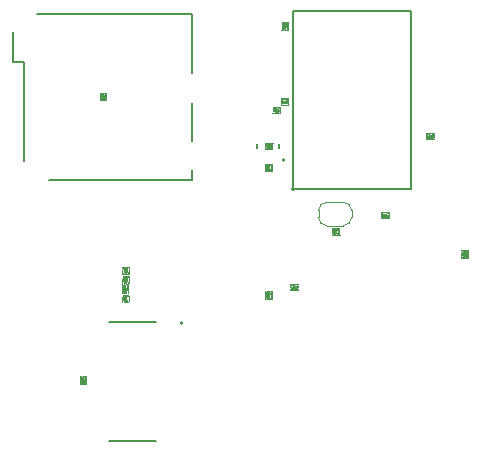
<source format=gbr>
%TF.GenerationSoftware,KiCad,Pcbnew,8.0.6*%
%TF.CreationDate,2025-09-09T16:11:23-07:00*%
%TF.ProjectId,Multimodal_Actuator_mk2,4d756c74-696d-46f6-9461-6c5f41637475,rev?*%
%TF.SameCoordinates,Original*%
%TF.FileFunction,Legend,Bot*%
%TF.FilePolarity,Positive*%
%FSLAX46Y46*%
G04 Gerber Fmt 4.6, Leading zero omitted, Abs format (unit mm)*
G04 Created by KiCad (PCBNEW 8.0.6) date 2025-09-09 16:11:23*
%MOMM*%
%LPD*%
G01*
G04 APERTURE LIST*
%ADD10C,0.031750*%
%ADD11C,0.200000*%
%ADD12C,0.152400*%
%ADD13C,0.120000*%
%ADD14C,0.127000*%
G04 APERTURE END LIST*
D10*
X130322594Y-108031635D02*
X130328642Y-108061874D01*
X130328642Y-108061874D02*
X130346784Y-108092112D01*
X130346784Y-108092112D02*
X130358880Y-108092112D01*
X130358880Y-108092112D02*
X130377023Y-108061874D01*
X130377023Y-108061874D02*
X130389118Y-108001397D01*
X130389118Y-108001397D02*
X130395165Y-107940921D01*
X130395165Y-107940921D02*
X130401213Y-107819969D01*
X130401213Y-107819969D02*
X130401213Y-107729254D01*
X130401213Y-107729254D02*
X130395165Y-107608302D01*
X130395165Y-107608302D02*
X130389118Y-107547826D01*
X130389118Y-107547826D02*
X130377023Y-107487350D01*
X130377023Y-107487350D02*
X130358880Y-107457112D01*
X130358880Y-107457112D02*
X130346784Y-107457112D01*
X130346784Y-107457112D02*
X130328642Y-107487350D01*
X130328642Y-107487350D02*
X130322594Y-107517588D01*
X130274213Y-107517588D02*
X130268165Y-107487350D01*
X130268165Y-107487350D02*
X130256070Y-107457112D01*
X130256070Y-107457112D02*
X130225832Y-107457112D01*
X130225832Y-107457112D02*
X130213737Y-107487350D01*
X130213737Y-107487350D02*
X130207689Y-107517588D01*
X130207689Y-107517588D02*
X130201642Y-107578064D01*
X130201642Y-107578064D02*
X130201642Y-107638540D01*
X130201642Y-107638540D02*
X130207689Y-107729254D01*
X130207689Y-107729254D02*
X130280261Y-108092112D01*
X130280261Y-108092112D02*
X130201642Y-108092112D01*
X130123023Y-107457112D02*
X130110928Y-107457112D01*
X130110928Y-107457112D02*
X130098832Y-107487350D01*
X130098832Y-107487350D02*
X130092785Y-107517588D01*
X130092785Y-107517588D02*
X130086737Y-107578064D01*
X130086737Y-107578064D02*
X130080690Y-107699016D01*
X130080690Y-107699016D02*
X130080690Y-107850207D01*
X130080690Y-107850207D02*
X130086737Y-107971159D01*
X130086737Y-107971159D02*
X130092785Y-108031635D01*
X130092785Y-108031635D02*
X130098832Y-108061874D01*
X130098832Y-108061874D02*
X130110928Y-108092112D01*
X130110928Y-108092112D02*
X130123023Y-108092112D01*
X130123023Y-108092112D02*
X130135118Y-108061874D01*
X130135118Y-108061874D02*
X130141166Y-108031635D01*
X130141166Y-108031635D02*
X130147213Y-107971159D01*
X130147213Y-107971159D02*
X130153261Y-107850207D01*
X130153261Y-107850207D02*
X130153261Y-107699016D01*
X130153261Y-107699016D02*
X130147213Y-107578064D01*
X130147213Y-107578064D02*
X130141166Y-107517588D01*
X130141166Y-107517588D02*
X130135118Y-107487350D01*
X130135118Y-107487350D02*
X130123023Y-107457112D01*
X130032309Y-107517588D02*
X130026261Y-107487350D01*
X130026261Y-107487350D02*
X130014166Y-107457112D01*
X130014166Y-107457112D02*
X129983928Y-107457112D01*
X129983928Y-107457112D02*
X129971833Y-107487350D01*
X129971833Y-107487350D02*
X129965785Y-107517588D01*
X129965785Y-107517588D02*
X129959738Y-107578064D01*
X129959738Y-107578064D02*
X129959738Y-107638540D01*
X129959738Y-107638540D02*
X129965785Y-107729254D01*
X129965785Y-107729254D02*
X130038357Y-108092112D01*
X130038357Y-108092112D02*
X129959738Y-108092112D01*
X129917405Y-107457112D02*
X129838786Y-107457112D01*
X129838786Y-107457112D02*
X129881119Y-107699016D01*
X129881119Y-107699016D02*
X129862976Y-107699016D01*
X129862976Y-107699016D02*
X129850881Y-107729254D01*
X129850881Y-107729254D02*
X129844833Y-107759493D01*
X129844833Y-107759493D02*
X129838786Y-107819969D01*
X129838786Y-107819969D02*
X129838786Y-107971159D01*
X129838786Y-107971159D02*
X129844833Y-108031635D01*
X129844833Y-108031635D02*
X129850881Y-108061874D01*
X129850881Y-108061874D02*
X129862976Y-108092112D01*
X129862976Y-108092112D02*
X129899262Y-108092112D01*
X129899262Y-108092112D02*
X129911357Y-108061874D01*
X129911357Y-108061874D02*
X129917405Y-108031635D01*
X130302594Y-110431635D02*
X130308642Y-110461874D01*
X130308642Y-110461874D02*
X130326784Y-110492112D01*
X130326784Y-110492112D02*
X130338880Y-110492112D01*
X130338880Y-110492112D02*
X130357023Y-110461874D01*
X130357023Y-110461874D02*
X130369118Y-110401397D01*
X130369118Y-110401397D02*
X130375165Y-110340921D01*
X130375165Y-110340921D02*
X130381213Y-110219969D01*
X130381213Y-110219969D02*
X130381213Y-110129254D01*
X130381213Y-110129254D02*
X130375165Y-110008302D01*
X130375165Y-110008302D02*
X130369118Y-109947826D01*
X130369118Y-109947826D02*
X130357023Y-109887350D01*
X130357023Y-109887350D02*
X130338880Y-109857112D01*
X130338880Y-109857112D02*
X130326784Y-109857112D01*
X130326784Y-109857112D02*
X130308642Y-109887350D01*
X130308642Y-109887350D02*
X130302594Y-109917588D01*
X130254213Y-109917588D02*
X130248165Y-109887350D01*
X130248165Y-109887350D02*
X130236070Y-109857112D01*
X130236070Y-109857112D02*
X130205832Y-109857112D01*
X130205832Y-109857112D02*
X130193737Y-109887350D01*
X130193737Y-109887350D02*
X130187689Y-109917588D01*
X130187689Y-109917588D02*
X130181642Y-109978064D01*
X130181642Y-109978064D02*
X130181642Y-110038540D01*
X130181642Y-110038540D02*
X130187689Y-110129254D01*
X130187689Y-110129254D02*
X130260261Y-110492112D01*
X130260261Y-110492112D02*
X130181642Y-110492112D01*
X130103023Y-109857112D02*
X130090928Y-109857112D01*
X130090928Y-109857112D02*
X130078832Y-109887350D01*
X130078832Y-109887350D02*
X130072785Y-109917588D01*
X130072785Y-109917588D02*
X130066737Y-109978064D01*
X130066737Y-109978064D02*
X130060690Y-110099016D01*
X130060690Y-110099016D02*
X130060690Y-110250207D01*
X130060690Y-110250207D02*
X130066737Y-110371159D01*
X130066737Y-110371159D02*
X130072785Y-110431635D01*
X130072785Y-110431635D02*
X130078832Y-110461874D01*
X130078832Y-110461874D02*
X130090928Y-110492112D01*
X130090928Y-110492112D02*
X130103023Y-110492112D01*
X130103023Y-110492112D02*
X130115118Y-110461874D01*
X130115118Y-110461874D02*
X130121166Y-110431635D01*
X130121166Y-110431635D02*
X130127213Y-110371159D01*
X130127213Y-110371159D02*
X130133261Y-110250207D01*
X130133261Y-110250207D02*
X130133261Y-110099016D01*
X130133261Y-110099016D02*
X130127213Y-109978064D01*
X130127213Y-109978064D02*
X130121166Y-109917588D01*
X130121166Y-109917588D02*
X130115118Y-109887350D01*
X130115118Y-109887350D02*
X130103023Y-109857112D01*
X130012309Y-109917588D02*
X130006261Y-109887350D01*
X130006261Y-109887350D02*
X129994166Y-109857112D01*
X129994166Y-109857112D02*
X129963928Y-109857112D01*
X129963928Y-109857112D02*
X129951833Y-109887350D01*
X129951833Y-109887350D02*
X129945785Y-109917588D01*
X129945785Y-109917588D02*
X129939738Y-109978064D01*
X129939738Y-109978064D02*
X129939738Y-110038540D01*
X129939738Y-110038540D02*
X129945785Y-110129254D01*
X129945785Y-110129254D02*
X130018357Y-110492112D01*
X130018357Y-110492112D02*
X129939738Y-110492112D01*
X129830881Y-110068778D02*
X129830881Y-110492112D01*
X129861119Y-109826874D02*
X129891357Y-110280445D01*
X129891357Y-110280445D02*
X129812738Y-110280445D01*
X130322594Y-108831635D02*
X130328642Y-108861874D01*
X130328642Y-108861874D02*
X130346784Y-108892112D01*
X130346784Y-108892112D02*
X130358880Y-108892112D01*
X130358880Y-108892112D02*
X130377023Y-108861874D01*
X130377023Y-108861874D02*
X130389118Y-108801397D01*
X130389118Y-108801397D02*
X130395165Y-108740921D01*
X130395165Y-108740921D02*
X130401213Y-108619969D01*
X130401213Y-108619969D02*
X130401213Y-108529254D01*
X130401213Y-108529254D02*
X130395165Y-108408302D01*
X130395165Y-108408302D02*
X130389118Y-108347826D01*
X130389118Y-108347826D02*
X130377023Y-108287350D01*
X130377023Y-108287350D02*
X130358880Y-108257112D01*
X130358880Y-108257112D02*
X130346784Y-108257112D01*
X130346784Y-108257112D02*
X130328642Y-108287350D01*
X130328642Y-108287350D02*
X130322594Y-108317588D01*
X130274213Y-108317588D02*
X130268165Y-108287350D01*
X130268165Y-108287350D02*
X130256070Y-108257112D01*
X130256070Y-108257112D02*
X130225832Y-108257112D01*
X130225832Y-108257112D02*
X130213737Y-108287350D01*
X130213737Y-108287350D02*
X130207689Y-108317588D01*
X130207689Y-108317588D02*
X130201642Y-108378064D01*
X130201642Y-108378064D02*
X130201642Y-108438540D01*
X130201642Y-108438540D02*
X130207689Y-108529254D01*
X130207689Y-108529254D02*
X130280261Y-108892112D01*
X130280261Y-108892112D02*
X130201642Y-108892112D01*
X130123023Y-108257112D02*
X130110928Y-108257112D01*
X130110928Y-108257112D02*
X130098832Y-108287350D01*
X130098832Y-108287350D02*
X130092785Y-108317588D01*
X130092785Y-108317588D02*
X130086737Y-108378064D01*
X130086737Y-108378064D02*
X130080690Y-108499016D01*
X130080690Y-108499016D02*
X130080690Y-108650207D01*
X130080690Y-108650207D02*
X130086737Y-108771159D01*
X130086737Y-108771159D02*
X130092785Y-108831635D01*
X130092785Y-108831635D02*
X130098832Y-108861874D01*
X130098832Y-108861874D02*
X130110928Y-108892112D01*
X130110928Y-108892112D02*
X130123023Y-108892112D01*
X130123023Y-108892112D02*
X130135118Y-108861874D01*
X130135118Y-108861874D02*
X130141166Y-108831635D01*
X130141166Y-108831635D02*
X130147213Y-108771159D01*
X130147213Y-108771159D02*
X130153261Y-108650207D01*
X130153261Y-108650207D02*
X130153261Y-108499016D01*
X130153261Y-108499016D02*
X130147213Y-108378064D01*
X130147213Y-108378064D02*
X130141166Y-108317588D01*
X130141166Y-108317588D02*
X130135118Y-108287350D01*
X130135118Y-108287350D02*
X130123023Y-108257112D01*
X130002071Y-108257112D02*
X129989976Y-108257112D01*
X129989976Y-108257112D02*
X129977880Y-108287350D01*
X129977880Y-108287350D02*
X129971833Y-108317588D01*
X129971833Y-108317588D02*
X129965785Y-108378064D01*
X129965785Y-108378064D02*
X129959738Y-108499016D01*
X129959738Y-108499016D02*
X129959738Y-108650207D01*
X129959738Y-108650207D02*
X129965785Y-108771159D01*
X129965785Y-108771159D02*
X129971833Y-108831635D01*
X129971833Y-108831635D02*
X129977880Y-108861874D01*
X129977880Y-108861874D02*
X129989976Y-108892112D01*
X129989976Y-108892112D02*
X130002071Y-108892112D01*
X130002071Y-108892112D02*
X130014166Y-108861874D01*
X130014166Y-108861874D02*
X130020214Y-108831635D01*
X130020214Y-108831635D02*
X130026261Y-108771159D01*
X130026261Y-108771159D02*
X130032309Y-108650207D01*
X130032309Y-108650207D02*
X130032309Y-108499016D01*
X130032309Y-108499016D02*
X130026261Y-108378064D01*
X130026261Y-108378064D02*
X130020214Y-108317588D01*
X130020214Y-108317588D02*
X130014166Y-108287350D01*
X130014166Y-108287350D02*
X130002071Y-108257112D01*
X129850881Y-108468778D02*
X129850881Y-108892112D01*
X129881119Y-108226874D02*
X129911357Y-108680445D01*
X129911357Y-108680445D02*
X129832738Y-108680445D01*
X128423761Y-92757112D02*
X128423761Y-93210683D01*
X128423761Y-93210683D02*
X128429808Y-93301397D01*
X128429808Y-93301397D02*
X128441904Y-93361874D01*
X128441904Y-93361874D02*
X128460046Y-93392112D01*
X128460046Y-93392112D02*
X128472142Y-93392112D01*
X128308856Y-92757112D02*
X128333046Y-92757112D01*
X128333046Y-92757112D02*
X128345142Y-92787350D01*
X128345142Y-92787350D02*
X128351189Y-92817588D01*
X128351189Y-92817588D02*
X128363284Y-92908302D01*
X128363284Y-92908302D02*
X128369332Y-93029254D01*
X128369332Y-93029254D02*
X128369332Y-93271159D01*
X128369332Y-93271159D02*
X128363284Y-93331635D01*
X128363284Y-93331635D02*
X128357237Y-93361874D01*
X128357237Y-93361874D02*
X128345142Y-93392112D01*
X128345142Y-93392112D02*
X128320951Y-93392112D01*
X128320951Y-93392112D02*
X128308856Y-93361874D01*
X128308856Y-93361874D02*
X128302808Y-93331635D01*
X128302808Y-93331635D02*
X128296761Y-93271159D01*
X128296761Y-93271159D02*
X128296761Y-93119969D01*
X128296761Y-93119969D02*
X128302808Y-93059493D01*
X128302808Y-93059493D02*
X128308856Y-93029254D01*
X128308856Y-93029254D02*
X128320951Y-92999016D01*
X128320951Y-92999016D02*
X128345142Y-92999016D01*
X128345142Y-92999016D02*
X128357237Y-93029254D01*
X128357237Y-93029254D02*
X128363284Y-93059493D01*
X128363284Y-93059493D02*
X128369332Y-93119969D01*
X128218142Y-92757112D02*
X128206047Y-92757112D01*
X128206047Y-92757112D02*
X128193951Y-92787350D01*
X128193951Y-92787350D02*
X128187904Y-92817588D01*
X128187904Y-92817588D02*
X128181856Y-92878064D01*
X128181856Y-92878064D02*
X128175809Y-92999016D01*
X128175809Y-92999016D02*
X128175809Y-93150207D01*
X128175809Y-93150207D02*
X128181856Y-93271159D01*
X128181856Y-93271159D02*
X128187904Y-93331635D01*
X128187904Y-93331635D02*
X128193951Y-93361874D01*
X128193951Y-93361874D02*
X128206047Y-93392112D01*
X128206047Y-93392112D02*
X128218142Y-93392112D01*
X128218142Y-93392112D02*
X128230237Y-93361874D01*
X128230237Y-93361874D02*
X128236285Y-93331635D01*
X128236285Y-93331635D02*
X128242332Y-93271159D01*
X128242332Y-93271159D02*
X128248380Y-93150207D01*
X128248380Y-93150207D02*
X128248380Y-92999016D01*
X128248380Y-92999016D02*
X128242332Y-92878064D01*
X128242332Y-92878064D02*
X128236285Y-92817588D01*
X128236285Y-92817588D02*
X128230237Y-92787350D01*
X128230237Y-92787350D02*
X128218142Y-92757112D01*
X128097190Y-92757112D02*
X128085095Y-92757112D01*
X128085095Y-92757112D02*
X128072999Y-92787350D01*
X128072999Y-92787350D02*
X128066952Y-92817588D01*
X128066952Y-92817588D02*
X128060904Y-92878064D01*
X128060904Y-92878064D02*
X128054857Y-92999016D01*
X128054857Y-92999016D02*
X128054857Y-93150207D01*
X128054857Y-93150207D02*
X128060904Y-93271159D01*
X128060904Y-93271159D02*
X128066952Y-93331635D01*
X128066952Y-93331635D02*
X128072999Y-93361874D01*
X128072999Y-93361874D02*
X128085095Y-93392112D01*
X128085095Y-93392112D02*
X128097190Y-93392112D01*
X128097190Y-93392112D02*
X128109285Y-93361874D01*
X128109285Y-93361874D02*
X128115333Y-93331635D01*
X128115333Y-93331635D02*
X128121380Y-93271159D01*
X128121380Y-93271159D02*
X128127428Y-93150207D01*
X128127428Y-93150207D02*
X128127428Y-92999016D01*
X128127428Y-92999016D02*
X128121380Y-92878064D01*
X128121380Y-92878064D02*
X128115333Y-92817588D01*
X128115333Y-92817588D02*
X128109285Y-92787350D01*
X128109285Y-92787350D02*
X128097190Y-92757112D01*
X127933905Y-93392112D02*
X128006476Y-93392112D01*
X127970190Y-93392112D02*
X127970190Y-92757112D01*
X127970190Y-92757112D02*
X127982286Y-92847826D01*
X127982286Y-92847826D02*
X127994381Y-92908302D01*
X127994381Y-92908302D02*
X128006476Y-92938540D01*
X142402594Y-110192112D02*
X142444927Y-109889731D01*
X142475165Y-110192112D02*
X142475165Y-109557112D01*
X142475165Y-109557112D02*
X142426784Y-109557112D01*
X142426784Y-109557112D02*
X142414689Y-109587350D01*
X142414689Y-109587350D02*
X142408642Y-109617588D01*
X142408642Y-109617588D02*
X142402594Y-109678064D01*
X142402594Y-109678064D02*
X142402594Y-109768778D01*
X142402594Y-109768778D02*
X142408642Y-109829254D01*
X142408642Y-109829254D02*
X142414689Y-109859493D01*
X142414689Y-109859493D02*
X142426784Y-109889731D01*
X142426784Y-109889731D02*
X142475165Y-109889731D01*
X142360261Y-109557112D02*
X142281642Y-109557112D01*
X142281642Y-109557112D02*
X142323975Y-109799016D01*
X142323975Y-109799016D02*
X142305832Y-109799016D01*
X142305832Y-109799016D02*
X142293737Y-109829254D01*
X142293737Y-109829254D02*
X142287689Y-109859493D01*
X142287689Y-109859493D02*
X142281642Y-109919969D01*
X142281642Y-109919969D02*
X142281642Y-110071159D01*
X142281642Y-110071159D02*
X142287689Y-110131635D01*
X142287689Y-110131635D02*
X142293737Y-110161874D01*
X142293737Y-110161874D02*
X142305832Y-110192112D01*
X142305832Y-110192112D02*
X142342118Y-110192112D01*
X142342118Y-110192112D02*
X142354213Y-110161874D01*
X142354213Y-110161874D02*
X142360261Y-110131635D01*
X142203023Y-109557112D02*
X142190928Y-109557112D01*
X142190928Y-109557112D02*
X142178832Y-109587350D01*
X142178832Y-109587350D02*
X142172785Y-109617588D01*
X142172785Y-109617588D02*
X142166737Y-109678064D01*
X142166737Y-109678064D02*
X142160690Y-109799016D01*
X142160690Y-109799016D02*
X142160690Y-109950207D01*
X142160690Y-109950207D02*
X142166737Y-110071159D01*
X142166737Y-110071159D02*
X142172785Y-110131635D01*
X142172785Y-110131635D02*
X142178832Y-110161874D01*
X142178832Y-110161874D02*
X142190928Y-110192112D01*
X142190928Y-110192112D02*
X142203023Y-110192112D01*
X142203023Y-110192112D02*
X142215118Y-110161874D01*
X142215118Y-110161874D02*
X142221166Y-110131635D01*
X142221166Y-110131635D02*
X142227213Y-110071159D01*
X142227213Y-110071159D02*
X142233261Y-109950207D01*
X142233261Y-109950207D02*
X142233261Y-109799016D01*
X142233261Y-109799016D02*
X142227213Y-109678064D01*
X142227213Y-109678064D02*
X142221166Y-109617588D01*
X142221166Y-109617588D02*
X142215118Y-109587350D01*
X142215118Y-109587350D02*
X142203023Y-109557112D01*
X142082071Y-109557112D02*
X142069976Y-109557112D01*
X142069976Y-109557112D02*
X142057880Y-109587350D01*
X142057880Y-109587350D02*
X142051833Y-109617588D01*
X142051833Y-109617588D02*
X142045785Y-109678064D01*
X142045785Y-109678064D02*
X142039738Y-109799016D01*
X142039738Y-109799016D02*
X142039738Y-109950207D01*
X142039738Y-109950207D02*
X142045785Y-110071159D01*
X142045785Y-110071159D02*
X142051833Y-110131635D01*
X142051833Y-110131635D02*
X142057880Y-110161874D01*
X142057880Y-110161874D02*
X142069976Y-110192112D01*
X142069976Y-110192112D02*
X142082071Y-110192112D01*
X142082071Y-110192112D02*
X142094166Y-110161874D01*
X142094166Y-110161874D02*
X142100214Y-110131635D01*
X142100214Y-110131635D02*
X142106261Y-110071159D01*
X142106261Y-110071159D02*
X142112309Y-109950207D01*
X142112309Y-109950207D02*
X142112309Y-109799016D01*
X142112309Y-109799016D02*
X142106261Y-109678064D01*
X142106261Y-109678064D02*
X142100214Y-109617588D01*
X142100214Y-109617588D02*
X142094166Y-109587350D01*
X142094166Y-109587350D02*
X142082071Y-109557112D01*
X141918786Y-110192112D02*
X141991357Y-110192112D01*
X141955071Y-110192112D02*
X141955071Y-109557112D01*
X141955071Y-109557112D02*
X141967167Y-109647826D01*
X141967167Y-109647826D02*
X141979262Y-109708302D01*
X141979262Y-109708302D02*
X141991357Y-109738540D01*
X142542887Y-97528188D02*
X142028840Y-97528188D01*
X142028840Y-97528188D02*
X141968364Y-97522141D01*
X141968364Y-97522141D02*
X141938126Y-97516093D01*
X141938126Y-97516093D02*
X141907887Y-97503998D01*
X141907887Y-97503998D02*
X141907887Y-97479807D01*
X141907887Y-97479807D02*
X141938126Y-97467712D01*
X141938126Y-97467712D02*
X141968364Y-97461665D01*
X141968364Y-97461665D02*
X142028840Y-97455617D01*
X142028840Y-97455617D02*
X142542887Y-97455617D01*
X142482411Y-97401188D02*
X142512649Y-97395140D01*
X142512649Y-97395140D02*
X142542887Y-97383045D01*
X142542887Y-97383045D02*
X142542887Y-97352807D01*
X142542887Y-97352807D02*
X142512649Y-97340712D01*
X142512649Y-97340712D02*
X142482411Y-97334664D01*
X142482411Y-97334664D02*
X142421935Y-97328617D01*
X142421935Y-97328617D02*
X142361459Y-97328617D01*
X142361459Y-97328617D02*
X142270745Y-97334664D01*
X142270745Y-97334664D02*
X141907887Y-97407236D01*
X141907887Y-97407236D02*
X141907887Y-97328617D01*
X142542887Y-97249998D02*
X142542887Y-97237903D01*
X142542887Y-97237903D02*
X142512649Y-97225807D01*
X142512649Y-97225807D02*
X142482411Y-97219760D01*
X142482411Y-97219760D02*
X142421935Y-97213712D01*
X142421935Y-97213712D02*
X142300983Y-97207665D01*
X142300983Y-97207665D02*
X142149792Y-97207665D01*
X142149792Y-97207665D02*
X142028840Y-97213712D01*
X142028840Y-97213712D02*
X141968364Y-97219760D01*
X141968364Y-97219760D02*
X141938126Y-97225807D01*
X141938126Y-97225807D02*
X141907887Y-97237903D01*
X141907887Y-97237903D02*
X141907887Y-97249998D01*
X141907887Y-97249998D02*
X141938126Y-97262093D01*
X141938126Y-97262093D02*
X141968364Y-97268141D01*
X141968364Y-97268141D02*
X142028840Y-97274188D01*
X142028840Y-97274188D02*
X142149792Y-97280236D01*
X142149792Y-97280236D02*
X142300983Y-97280236D01*
X142300983Y-97280236D02*
X142421935Y-97274188D01*
X142421935Y-97274188D02*
X142482411Y-97268141D01*
X142482411Y-97268141D02*
X142512649Y-97262093D01*
X142512649Y-97262093D02*
X142542887Y-97249998D01*
X142542887Y-97129046D02*
X142542887Y-97116951D01*
X142542887Y-97116951D02*
X142512649Y-97104855D01*
X142512649Y-97104855D02*
X142482411Y-97098808D01*
X142482411Y-97098808D02*
X142421935Y-97092760D01*
X142421935Y-97092760D02*
X142300983Y-97086713D01*
X142300983Y-97086713D02*
X142149792Y-97086713D01*
X142149792Y-97086713D02*
X142028840Y-97092760D01*
X142028840Y-97092760D02*
X141968364Y-97098808D01*
X141968364Y-97098808D02*
X141938126Y-97104855D01*
X141938126Y-97104855D02*
X141907887Y-97116951D01*
X141907887Y-97116951D02*
X141907887Y-97129046D01*
X141907887Y-97129046D02*
X141938126Y-97141141D01*
X141938126Y-97141141D02*
X141968364Y-97147189D01*
X141968364Y-97147189D02*
X142028840Y-97153236D01*
X142028840Y-97153236D02*
X142149792Y-97159284D01*
X142149792Y-97159284D02*
X142300983Y-97159284D01*
X142300983Y-97159284D02*
X142421935Y-97153236D01*
X142421935Y-97153236D02*
X142482411Y-97147189D01*
X142482411Y-97147189D02*
X142512649Y-97141141D01*
X142512649Y-97141141D02*
X142542887Y-97129046D01*
X142331221Y-96977856D02*
X141907887Y-96977856D01*
X142573126Y-97008094D02*
X142119554Y-97038332D01*
X142119554Y-97038332D02*
X142119554Y-96959713D01*
X130282594Y-109631635D02*
X130288642Y-109661874D01*
X130288642Y-109661874D02*
X130306784Y-109692112D01*
X130306784Y-109692112D02*
X130318880Y-109692112D01*
X130318880Y-109692112D02*
X130337023Y-109661874D01*
X130337023Y-109661874D02*
X130349118Y-109601397D01*
X130349118Y-109601397D02*
X130355165Y-109540921D01*
X130355165Y-109540921D02*
X130361213Y-109419969D01*
X130361213Y-109419969D02*
X130361213Y-109329254D01*
X130361213Y-109329254D02*
X130355165Y-109208302D01*
X130355165Y-109208302D02*
X130349118Y-109147826D01*
X130349118Y-109147826D02*
X130337023Y-109087350D01*
X130337023Y-109087350D02*
X130318880Y-109057112D01*
X130318880Y-109057112D02*
X130306784Y-109057112D01*
X130306784Y-109057112D02*
X130288642Y-109087350D01*
X130288642Y-109087350D02*
X130282594Y-109117588D01*
X130173737Y-109268778D02*
X130173737Y-109692112D01*
X130203975Y-109026874D02*
X130234213Y-109480445D01*
X130234213Y-109480445D02*
X130155594Y-109480445D01*
X130083023Y-109057112D02*
X130070928Y-109057112D01*
X130070928Y-109057112D02*
X130058832Y-109087350D01*
X130058832Y-109087350D02*
X130052785Y-109117588D01*
X130052785Y-109117588D02*
X130046737Y-109178064D01*
X130046737Y-109178064D02*
X130040690Y-109299016D01*
X130040690Y-109299016D02*
X130040690Y-109450207D01*
X130040690Y-109450207D02*
X130046737Y-109571159D01*
X130046737Y-109571159D02*
X130052785Y-109631635D01*
X130052785Y-109631635D02*
X130058832Y-109661874D01*
X130058832Y-109661874D02*
X130070928Y-109692112D01*
X130070928Y-109692112D02*
X130083023Y-109692112D01*
X130083023Y-109692112D02*
X130095118Y-109661874D01*
X130095118Y-109661874D02*
X130101166Y-109631635D01*
X130101166Y-109631635D02*
X130107213Y-109571159D01*
X130107213Y-109571159D02*
X130113261Y-109450207D01*
X130113261Y-109450207D02*
X130113261Y-109299016D01*
X130113261Y-109299016D02*
X130107213Y-109178064D01*
X130107213Y-109178064D02*
X130101166Y-109117588D01*
X130101166Y-109117588D02*
X130095118Y-109087350D01*
X130095118Y-109087350D02*
X130083023Y-109057112D01*
X129962071Y-109057112D02*
X129949976Y-109057112D01*
X129949976Y-109057112D02*
X129937880Y-109087350D01*
X129937880Y-109087350D02*
X129931833Y-109117588D01*
X129931833Y-109117588D02*
X129925785Y-109178064D01*
X129925785Y-109178064D02*
X129919738Y-109299016D01*
X129919738Y-109299016D02*
X129919738Y-109450207D01*
X129919738Y-109450207D02*
X129925785Y-109571159D01*
X129925785Y-109571159D02*
X129931833Y-109631635D01*
X129931833Y-109631635D02*
X129937880Y-109661874D01*
X129937880Y-109661874D02*
X129949976Y-109692112D01*
X129949976Y-109692112D02*
X129962071Y-109692112D01*
X129962071Y-109692112D02*
X129974166Y-109661874D01*
X129974166Y-109661874D02*
X129980214Y-109631635D01*
X129980214Y-109631635D02*
X129986261Y-109571159D01*
X129986261Y-109571159D02*
X129992309Y-109450207D01*
X129992309Y-109450207D02*
X129992309Y-109299016D01*
X129992309Y-109299016D02*
X129986261Y-109178064D01*
X129986261Y-109178064D02*
X129980214Y-109117588D01*
X129980214Y-109117588D02*
X129974166Y-109087350D01*
X129974166Y-109087350D02*
X129962071Y-109057112D01*
X129877405Y-109057112D02*
X129798786Y-109057112D01*
X129798786Y-109057112D02*
X129841119Y-109299016D01*
X129841119Y-109299016D02*
X129822976Y-109299016D01*
X129822976Y-109299016D02*
X129810881Y-109329254D01*
X129810881Y-109329254D02*
X129804833Y-109359493D01*
X129804833Y-109359493D02*
X129798786Y-109419969D01*
X129798786Y-109419969D02*
X129798786Y-109571159D01*
X129798786Y-109571159D02*
X129804833Y-109631635D01*
X129804833Y-109631635D02*
X129810881Y-109661874D01*
X129810881Y-109661874D02*
X129822976Y-109692112D01*
X129822976Y-109692112D02*
X129859262Y-109692112D01*
X129859262Y-109692112D02*
X129871357Y-109661874D01*
X129871357Y-109661874D02*
X129877405Y-109631635D01*
X144631635Y-108997405D02*
X144661874Y-108991357D01*
X144661874Y-108991357D02*
X144692112Y-108973215D01*
X144692112Y-108973215D02*
X144692112Y-108961119D01*
X144692112Y-108961119D02*
X144661874Y-108942976D01*
X144661874Y-108942976D02*
X144601397Y-108930881D01*
X144601397Y-108930881D02*
X144540921Y-108924834D01*
X144540921Y-108924834D02*
X144419969Y-108918786D01*
X144419969Y-108918786D02*
X144329254Y-108918786D01*
X144329254Y-108918786D02*
X144208302Y-108924834D01*
X144208302Y-108924834D02*
X144147826Y-108930881D01*
X144147826Y-108930881D02*
X144087350Y-108942976D01*
X144087350Y-108942976D02*
X144057112Y-108961119D01*
X144057112Y-108961119D02*
X144057112Y-108973215D01*
X144057112Y-108973215D02*
X144087350Y-108991357D01*
X144087350Y-108991357D02*
X144117588Y-108997405D01*
X144057112Y-109112310D02*
X144057112Y-109051834D01*
X144057112Y-109051834D02*
X144359493Y-109045786D01*
X144359493Y-109045786D02*
X144329254Y-109051834D01*
X144329254Y-109051834D02*
X144299016Y-109063929D01*
X144299016Y-109063929D02*
X144299016Y-109094167D01*
X144299016Y-109094167D02*
X144329254Y-109106262D01*
X144329254Y-109106262D02*
X144359493Y-109112310D01*
X144359493Y-109112310D02*
X144419969Y-109118357D01*
X144419969Y-109118357D02*
X144571159Y-109118357D01*
X144571159Y-109118357D02*
X144631635Y-109112310D01*
X144631635Y-109112310D02*
X144661874Y-109106262D01*
X144661874Y-109106262D02*
X144692112Y-109094167D01*
X144692112Y-109094167D02*
X144692112Y-109063929D01*
X144692112Y-109063929D02*
X144661874Y-109051834D01*
X144661874Y-109051834D02*
X144631635Y-109045786D01*
X144057112Y-109196976D02*
X144057112Y-109209071D01*
X144057112Y-109209071D02*
X144087350Y-109221167D01*
X144087350Y-109221167D02*
X144117588Y-109227214D01*
X144117588Y-109227214D02*
X144178064Y-109233262D01*
X144178064Y-109233262D02*
X144299016Y-109239309D01*
X144299016Y-109239309D02*
X144450207Y-109239309D01*
X144450207Y-109239309D02*
X144571159Y-109233262D01*
X144571159Y-109233262D02*
X144631635Y-109227214D01*
X144631635Y-109227214D02*
X144661874Y-109221167D01*
X144661874Y-109221167D02*
X144692112Y-109209071D01*
X144692112Y-109209071D02*
X144692112Y-109196976D01*
X144692112Y-109196976D02*
X144661874Y-109184881D01*
X144661874Y-109184881D02*
X144631635Y-109178833D01*
X144631635Y-109178833D02*
X144571159Y-109172786D01*
X144571159Y-109172786D02*
X144450207Y-109166738D01*
X144450207Y-109166738D02*
X144299016Y-109166738D01*
X144299016Y-109166738D02*
X144178064Y-109172786D01*
X144178064Y-109172786D02*
X144117588Y-109178833D01*
X144117588Y-109178833D02*
X144087350Y-109184881D01*
X144087350Y-109184881D02*
X144057112Y-109196976D01*
X144057112Y-109317928D02*
X144057112Y-109330023D01*
X144057112Y-109330023D02*
X144087350Y-109342119D01*
X144087350Y-109342119D02*
X144117588Y-109348166D01*
X144117588Y-109348166D02*
X144178064Y-109354214D01*
X144178064Y-109354214D02*
X144299016Y-109360261D01*
X144299016Y-109360261D02*
X144450207Y-109360261D01*
X144450207Y-109360261D02*
X144571159Y-109354214D01*
X144571159Y-109354214D02*
X144631635Y-109348166D01*
X144631635Y-109348166D02*
X144661874Y-109342119D01*
X144661874Y-109342119D02*
X144692112Y-109330023D01*
X144692112Y-109330023D02*
X144692112Y-109317928D01*
X144692112Y-109317928D02*
X144661874Y-109305833D01*
X144661874Y-109305833D02*
X144631635Y-109299785D01*
X144631635Y-109299785D02*
X144571159Y-109293738D01*
X144571159Y-109293738D02*
X144450207Y-109287690D01*
X144450207Y-109287690D02*
X144299016Y-109287690D01*
X144299016Y-109287690D02*
X144178064Y-109293738D01*
X144178064Y-109293738D02*
X144117588Y-109299785D01*
X144117588Y-109299785D02*
X144087350Y-109305833D01*
X144087350Y-109305833D02*
X144057112Y-109317928D01*
X144692112Y-109481213D02*
X144692112Y-109408642D01*
X144692112Y-109444928D02*
X144057112Y-109444928D01*
X144057112Y-109444928D02*
X144147826Y-109432832D01*
X144147826Y-109432832D02*
X144208302Y-109420737D01*
X144208302Y-109420737D02*
X144238540Y-109408642D01*
X148187261Y-104157112D02*
X148187261Y-104610683D01*
X148187261Y-104610683D02*
X148193308Y-104701397D01*
X148193308Y-104701397D02*
X148205404Y-104761874D01*
X148205404Y-104761874D02*
X148223546Y-104792112D01*
X148223546Y-104792112D02*
X148235642Y-104792112D01*
X148126784Y-104792112D02*
X148126784Y-104157112D01*
X148126784Y-104157112D02*
X148078403Y-104157112D01*
X148078403Y-104157112D02*
X148066308Y-104187350D01*
X148066308Y-104187350D02*
X148060261Y-104217588D01*
X148060261Y-104217588D02*
X148054213Y-104278064D01*
X148054213Y-104278064D02*
X148054213Y-104368778D01*
X148054213Y-104368778D02*
X148060261Y-104429254D01*
X148060261Y-104429254D02*
X148066308Y-104459493D01*
X148066308Y-104459493D02*
X148078403Y-104489731D01*
X148078403Y-104489731D02*
X148126784Y-104489731D01*
X148005832Y-104217588D02*
X147999784Y-104187350D01*
X147999784Y-104187350D02*
X147987689Y-104157112D01*
X147987689Y-104157112D02*
X147957451Y-104157112D01*
X147957451Y-104157112D02*
X147945356Y-104187350D01*
X147945356Y-104187350D02*
X147939308Y-104217588D01*
X147939308Y-104217588D02*
X147933261Y-104278064D01*
X147933261Y-104278064D02*
X147933261Y-104338540D01*
X147933261Y-104338540D02*
X147939308Y-104429254D01*
X147939308Y-104429254D02*
X148011880Y-104792112D01*
X148011880Y-104792112D02*
X147933261Y-104792112D01*
X147854642Y-104157112D02*
X147842547Y-104157112D01*
X147842547Y-104157112D02*
X147830451Y-104187350D01*
X147830451Y-104187350D02*
X147824404Y-104217588D01*
X147824404Y-104217588D02*
X147818356Y-104278064D01*
X147818356Y-104278064D02*
X147812309Y-104399016D01*
X147812309Y-104399016D02*
X147812309Y-104550207D01*
X147812309Y-104550207D02*
X147818356Y-104671159D01*
X147818356Y-104671159D02*
X147824404Y-104731635D01*
X147824404Y-104731635D02*
X147830451Y-104761874D01*
X147830451Y-104761874D02*
X147842547Y-104792112D01*
X147842547Y-104792112D02*
X147854642Y-104792112D01*
X147854642Y-104792112D02*
X147866737Y-104761874D01*
X147866737Y-104761874D02*
X147872785Y-104731635D01*
X147872785Y-104731635D02*
X147878832Y-104671159D01*
X147878832Y-104671159D02*
X147884880Y-104550207D01*
X147884880Y-104550207D02*
X147884880Y-104399016D01*
X147884880Y-104399016D02*
X147878832Y-104278064D01*
X147878832Y-104278064D02*
X147872785Y-104217588D01*
X147872785Y-104217588D02*
X147866737Y-104187350D01*
X147866737Y-104187350D02*
X147854642Y-104157112D01*
X147733690Y-104157112D02*
X147721595Y-104157112D01*
X147721595Y-104157112D02*
X147709499Y-104187350D01*
X147709499Y-104187350D02*
X147703452Y-104217588D01*
X147703452Y-104217588D02*
X147697404Y-104278064D01*
X147697404Y-104278064D02*
X147691357Y-104399016D01*
X147691357Y-104399016D02*
X147691357Y-104550207D01*
X147691357Y-104550207D02*
X147697404Y-104671159D01*
X147697404Y-104671159D02*
X147703452Y-104731635D01*
X147703452Y-104731635D02*
X147709499Y-104761874D01*
X147709499Y-104761874D02*
X147721595Y-104792112D01*
X147721595Y-104792112D02*
X147733690Y-104792112D01*
X147733690Y-104792112D02*
X147745785Y-104761874D01*
X147745785Y-104761874D02*
X147751833Y-104731635D01*
X147751833Y-104731635D02*
X147757880Y-104671159D01*
X147757880Y-104671159D02*
X147763928Y-104550207D01*
X147763928Y-104550207D02*
X147763928Y-104399016D01*
X147763928Y-104399016D02*
X147757880Y-104278064D01*
X147757880Y-104278064D02*
X147751833Y-104217588D01*
X147751833Y-104217588D02*
X147745785Y-104187350D01*
X147745785Y-104187350D02*
X147733690Y-104157112D01*
X147642976Y-104217588D02*
X147636928Y-104187350D01*
X147636928Y-104187350D02*
X147624833Y-104157112D01*
X147624833Y-104157112D02*
X147594595Y-104157112D01*
X147594595Y-104157112D02*
X147582500Y-104187350D01*
X147582500Y-104187350D02*
X147576452Y-104217588D01*
X147576452Y-104217588D02*
X147570405Y-104278064D01*
X147570405Y-104278064D02*
X147570405Y-104338540D01*
X147570405Y-104338540D02*
X147576452Y-104429254D01*
X147576452Y-104429254D02*
X147649024Y-104792112D01*
X147649024Y-104792112D02*
X147570405Y-104792112D01*
X159002594Y-106692112D02*
X159044927Y-106389731D01*
X159075165Y-106692112D02*
X159075165Y-106057112D01*
X159075165Y-106057112D02*
X159026784Y-106057112D01*
X159026784Y-106057112D02*
X159014689Y-106087350D01*
X159014689Y-106087350D02*
X159008642Y-106117588D01*
X159008642Y-106117588D02*
X159002594Y-106178064D01*
X159002594Y-106178064D02*
X159002594Y-106268778D01*
X159002594Y-106268778D02*
X159008642Y-106329254D01*
X159008642Y-106329254D02*
X159014689Y-106359493D01*
X159014689Y-106359493D02*
X159026784Y-106389731D01*
X159026784Y-106389731D02*
X159075165Y-106389731D01*
X158881642Y-106692112D02*
X158954213Y-106692112D01*
X158917927Y-106692112D02*
X158917927Y-106057112D01*
X158917927Y-106057112D02*
X158930023Y-106147826D01*
X158930023Y-106147826D02*
X158942118Y-106208302D01*
X158942118Y-106208302D02*
X158954213Y-106238540D01*
X158803023Y-106057112D02*
X158790928Y-106057112D01*
X158790928Y-106057112D02*
X158778832Y-106087350D01*
X158778832Y-106087350D02*
X158772785Y-106117588D01*
X158772785Y-106117588D02*
X158766737Y-106178064D01*
X158766737Y-106178064D02*
X158760690Y-106299016D01*
X158760690Y-106299016D02*
X158760690Y-106450207D01*
X158760690Y-106450207D02*
X158766737Y-106571159D01*
X158766737Y-106571159D02*
X158772785Y-106631635D01*
X158772785Y-106631635D02*
X158778832Y-106661874D01*
X158778832Y-106661874D02*
X158790928Y-106692112D01*
X158790928Y-106692112D02*
X158803023Y-106692112D01*
X158803023Y-106692112D02*
X158815118Y-106661874D01*
X158815118Y-106661874D02*
X158821166Y-106631635D01*
X158821166Y-106631635D02*
X158827213Y-106571159D01*
X158827213Y-106571159D02*
X158833261Y-106450207D01*
X158833261Y-106450207D02*
X158833261Y-106299016D01*
X158833261Y-106299016D02*
X158827213Y-106178064D01*
X158827213Y-106178064D02*
X158821166Y-106117588D01*
X158821166Y-106117588D02*
X158815118Y-106087350D01*
X158815118Y-106087350D02*
X158803023Y-106057112D01*
X158682071Y-106057112D02*
X158669976Y-106057112D01*
X158669976Y-106057112D02*
X158657880Y-106087350D01*
X158657880Y-106087350D02*
X158651833Y-106117588D01*
X158651833Y-106117588D02*
X158645785Y-106178064D01*
X158645785Y-106178064D02*
X158639738Y-106299016D01*
X158639738Y-106299016D02*
X158639738Y-106450207D01*
X158639738Y-106450207D02*
X158645785Y-106571159D01*
X158645785Y-106571159D02*
X158651833Y-106631635D01*
X158651833Y-106631635D02*
X158657880Y-106661874D01*
X158657880Y-106661874D02*
X158669976Y-106692112D01*
X158669976Y-106692112D02*
X158682071Y-106692112D01*
X158682071Y-106692112D02*
X158694166Y-106661874D01*
X158694166Y-106661874D02*
X158700214Y-106631635D01*
X158700214Y-106631635D02*
X158706261Y-106571159D01*
X158706261Y-106571159D02*
X158712309Y-106450207D01*
X158712309Y-106450207D02*
X158712309Y-106299016D01*
X158712309Y-106299016D02*
X158706261Y-106178064D01*
X158706261Y-106178064D02*
X158700214Y-106117588D01*
X158700214Y-106117588D02*
X158694166Y-106087350D01*
X158694166Y-106087350D02*
X158682071Y-106057112D01*
X158597405Y-106057112D02*
X158518786Y-106057112D01*
X158518786Y-106057112D02*
X158561119Y-106299016D01*
X158561119Y-106299016D02*
X158542976Y-106299016D01*
X158542976Y-106299016D02*
X158530881Y-106329254D01*
X158530881Y-106329254D02*
X158524833Y-106359493D01*
X158524833Y-106359493D02*
X158518786Y-106419969D01*
X158518786Y-106419969D02*
X158518786Y-106571159D01*
X158518786Y-106571159D02*
X158524833Y-106631635D01*
X158524833Y-106631635D02*
X158530881Y-106661874D01*
X158530881Y-106661874D02*
X158542976Y-106692112D01*
X158542976Y-106692112D02*
X158579262Y-106692112D01*
X158579262Y-106692112D02*
X158591357Y-106661874D01*
X158591357Y-106661874D02*
X158597405Y-106631635D01*
X152331635Y-102897405D02*
X152361874Y-102891357D01*
X152361874Y-102891357D02*
X152392112Y-102873215D01*
X152392112Y-102873215D02*
X152392112Y-102861119D01*
X152392112Y-102861119D02*
X152361874Y-102842976D01*
X152361874Y-102842976D02*
X152301397Y-102830881D01*
X152301397Y-102830881D02*
X152240921Y-102824834D01*
X152240921Y-102824834D02*
X152119969Y-102818786D01*
X152119969Y-102818786D02*
X152029254Y-102818786D01*
X152029254Y-102818786D02*
X151908302Y-102824834D01*
X151908302Y-102824834D02*
X151847826Y-102830881D01*
X151847826Y-102830881D02*
X151787350Y-102842976D01*
X151787350Y-102842976D02*
X151757112Y-102861119D01*
X151757112Y-102861119D02*
X151757112Y-102873215D01*
X151757112Y-102873215D02*
X151787350Y-102891357D01*
X151787350Y-102891357D02*
X151817588Y-102897405D01*
X151817588Y-102945786D02*
X151787350Y-102951834D01*
X151787350Y-102951834D02*
X151757112Y-102963929D01*
X151757112Y-102963929D02*
X151757112Y-102994167D01*
X151757112Y-102994167D02*
X151787350Y-103006262D01*
X151787350Y-103006262D02*
X151817588Y-103012310D01*
X151817588Y-103012310D02*
X151878064Y-103018357D01*
X151878064Y-103018357D02*
X151938540Y-103018357D01*
X151938540Y-103018357D02*
X152029254Y-103012310D01*
X152029254Y-103012310D02*
X152392112Y-102939738D01*
X152392112Y-102939738D02*
X152392112Y-103018357D01*
X151757112Y-103096976D02*
X151757112Y-103109071D01*
X151757112Y-103109071D02*
X151787350Y-103121167D01*
X151787350Y-103121167D02*
X151817588Y-103127214D01*
X151817588Y-103127214D02*
X151878064Y-103133262D01*
X151878064Y-103133262D02*
X151999016Y-103139309D01*
X151999016Y-103139309D02*
X152150207Y-103139309D01*
X152150207Y-103139309D02*
X152271159Y-103133262D01*
X152271159Y-103133262D02*
X152331635Y-103127214D01*
X152331635Y-103127214D02*
X152361874Y-103121167D01*
X152361874Y-103121167D02*
X152392112Y-103109071D01*
X152392112Y-103109071D02*
X152392112Y-103096976D01*
X152392112Y-103096976D02*
X152361874Y-103084881D01*
X152361874Y-103084881D02*
X152331635Y-103078833D01*
X152331635Y-103078833D02*
X152271159Y-103072786D01*
X152271159Y-103072786D02*
X152150207Y-103066738D01*
X152150207Y-103066738D02*
X151999016Y-103066738D01*
X151999016Y-103066738D02*
X151878064Y-103072786D01*
X151878064Y-103072786D02*
X151817588Y-103078833D01*
X151817588Y-103078833D02*
X151787350Y-103084881D01*
X151787350Y-103084881D02*
X151757112Y-103096976D01*
X151757112Y-103217928D02*
X151757112Y-103230023D01*
X151757112Y-103230023D02*
X151787350Y-103242119D01*
X151787350Y-103242119D02*
X151817588Y-103248166D01*
X151817588Y-103248166D02*
X151878064Y-103254214D01*
X151878064Y-103254214D02*
X151999016Y-103260261D01*
X151999016Y-103260261D02*
X152150207Y-103260261D01*
X152150207Y-103260261D02*
X152271159Y-103254214D01*
X152271159Y-103254214D02*
X152331635Y-103248166D01*
X152331635Y-103248166D02*
X152361874Y-103242119D01*
X152361874Y-103242119D02*
X152392112Y-103230023D01*
X152392112Y-103230023D02*
X152392112Y-103217928D01*
X152392112Y-103217928D02*
X152361874Y-103205833D01*
X152361874Y-103205833D02*
X152331635Y-103199785D01*
X152331635Y-103199785D02*
X152271159Y-103193738D01*
X152271159Y-103193738D02*
X152150207Y-103187690D01*
X152150207Y-103187690D02*
X151999016Y-103187690D01*
X151999016Y-103187690D02*
X151878064Y-103193738D01*
X151878064Y-103193738D02*
X151817588Y-103199785D01*
X151817588Y-103199785D02*
X151787350Y-103205833D01*
X151787350Y-103205833D02*
X151757112Y-103217928D01*
X151757112Y-103375166D02*
X151757112Y-103314690D01*
X151757112Y-103314690D02*
X152059493Y-103308642D01*
X152059493Y-103308642D02*
X152029254Y-103314690D01*
X152029254Y-103314690D02*
X151999016Y-103326785D01*
X151999016Y-103326785D02*
X151999016Y-103357023D01*
X151999016Y-103357023D02*
X152029254Y-103369118D01*
X152029254Y-103369118D02*
X152059493Y-103375166D01*
X152059493Y-103375166D02*
X152119969Y-103381213D01*
X152119969Y-103381213D02*
X152271159Y-103381213D01*
X152271159Y-103381213D02*
X152331635Y-103375166D01*
X152331635Y-103375166D02*
X152361874Y-103369118D01*
X152361874Y-103369118D02*
X152392112Y-103357023D01*
X152392112Y-103357023D02*
X152392112Y-103326785D01*
X152392112Y-103326785D02*
X152361874Y-103314690D01*
X152361874Y-103314690D02*
X152331635Y-103308642D01*
X143192112Y-93997405D02*
X142889731Y-93955072D01*
X143192112Y-93924834D02*
X142557112Y-93924834D01*
X142557112Y-93924834D02*
X142557112Y-93973215D01*
X142557112Y-93973215D02*
X142587350Y-93985310D01*
X142587350Y-93985310D02*
X142617588Y-93991357D01*
X142617588Y-93991357D02*
X142678064Y-93997405D01*
X142678064Y-93997405D02*
X142768778Y-93997405D01*
X142768778Y-93997405D02*
X142829254Y-93991357D01*
X142829254Y-93991357D02*
X142859493Y-93985310D01*
X142859493Y-93985310D02*
X142889731Y-93973215D01*
X142889731Y-93973215D02*
X142889731Y-93924834D01*
X142617588Y-94045786D02*
X142587350Y-94051834D01*
X142587350Y-94051834D02*
X142557112Y-94063929D01*
X142557112Y-94063929D02*
X142557112Y-94094167D01*
X142557112Y-94094167D02*
X142587350Y-94106262D01*
X142587350Y-94106262D02*
X142617588Y-94112310D01*
X142617588Y-94112310D02*
X142678064Y-94118357D01*
X142678064Y-94118357D02*
X142738540Y-94118357D01*
X142738540Y-94118357D02*
X142829254Y-94112310D01*
X142829254Y-94112310D02*
X143192112Y-94039738D01*
X143192112Y-94039738D02*
X143192112Y-94118357D01*
X142557112Y-94196976D02*
X142557112Y-94209071D01*
X142557112Y-94209071D02*
X142587350Y-94221167D01*
X142587350Y-94221167D02*
X142617588Y-94227214D01*
X142617588Y-94227214D02*
X142678064Y-94233262D01*
X142678064Y-94233262D02*
X142799016Y-94239309D01*
X142799016Y-94239309D02*
X142950207Y-94239309D01*
X142950207Y-94239309D02*
X143071159Y-94233262D01*
X143071159Y-94233262D02*
X143131635Y-94227214D01*
X143131635Y-94227214D02*
X143161874Y-94221167D01*
X143161874Y-94221167D02*
X143192112Y-94209071D01*
X143192112Y-94209071D02*
X143192112Y-94196976D01*
X143192112Y-94196976D02*
X143161874Y-94184881D01*
X143161874Y-94184881D02*
X143131635Y-94178833D01*
X143131635Y-94178833D02*
X143071159Y-94172786D01*
X143071159Y-94172786D02*
X142950207Y-94166738D01*
X142950207Y-94166738D02*
X142799016Y-94166738D01*
X142799016Y-94166738D02*
X142678064Y-94172786D01*
X142678064Y-94172786D02*
X142617588Y-94178833D01*
X142617588Y-94178833D02*
X142587350Y-94184881D01*
X142587350Y-94184881D02*
X142557112Y-94196976D01*
X143192112Y-94360261D02*
X143192112Y-94287690D01*
X143192112Y-94323976D02*
X142557112Y-94323976D01*
X142557112Y-94323976D02*
X142647826Y-94311880D01*
X142647826Y-94311880D02*
X142708302Y-94299785D01*
X142708302Y-94299785D02*
X142738540Y-94287690D01*
X142768778Y-94469118D02*
X143192112Y-94469118D01*
X142526874Y-94438880D02*
X142980445Y-94408642D01*
X142980445Y-94408642D02*
X142980445Y-94487261D01*
X143878189Y-86757112D02*
X143878189Y-87271159D01*
X143878189Y-87271159D02*
X143872142Y-87331635D01*
X143872142Y-87331635D02*
X143866094Y-87361874D01*
X143866094Y-87361874D02*
X143853999Y-87392112D01*
X143853999Y-87392112D02*
X143829808Y-87392112D01*
X143829808Y-87392112D02*
X143817713Y-87361874D01*
X143817713Y-87361874D02*
X143811666Y-87331635D01*
X143811666Y-87331635D02*
X143805618Y-87271159D01*
X143805618Y-87271159D02*
X143805618Y-86757112D01*
X143751189Y-86817588D02*
X143745141Y-86787350D01*
X143745141Y-86787350D02*
X143733046Y-86757112D01*
X143733046Y-86757112D02*
X143702808Y-86757112D01*
X143702808Y-86757112D02*
X143690713Y-86787350D01*
X143690713Y-86787350D02*
X143684665Y-86817588D01*
X143684665Y-86817588D02*
X143678618Y-86878064D01*
X143678618Y-86878064D02*
X143678618Y-86938540D01*
X143678618Y-86938540D02*
X143684665Y-87029254D01*
X143684665Y-87029254D02*
X143757237Y-87392112D01*
X143757237Y-87392112D02*
X143678618Y-87392112D01*
X143599999Y-86757112D02*
X143587904Y-86757112D01*
X143587904Y-86757112D02*
X143575808Y-86787350D01*
X143575808Y-86787350D02*
X143569761Y-86817588D01*
X143569761Y-86817588D02*
X143563713Y-86878064D01*
X143563713Y-86878064D02*
X143557666Y-86999016D01*
X143557666Y-86999016D02*
X143557666Y-87150207D01*
X143557666Y-87150207D02*
X143563713Y-87271159D01*
X143563713Y-87271159D02*
X143569761Y-87331635D01*
X143569761Y-87331635D02*
X143575808Y-87361874D01*
X143575808Y-87361874D02*
X143587904Y-87392112D01*
X143587904Y-87392112D02*
X143599999Y-87392112D01*
X143599999Y-87392112D02*
X143612094Y-87361874D01*
X143612094Y-87361874D02*
X143618142Y-87331635D01*
X143618142Y-87331635D02*
X143624189Y-87271159D01*
X143624189Y-87271159D02*
X143630237Y-87150207D01*
X143630237Y-87150207D02*
X143630237Y-86999016D01*
X143630237Y-86999016D02*
X143624189Y-86878064D01*
X143624189Y-86878064D02*
X143618142Y-86817588D01*
X143618142Y-86817588D02*
X143612094Y-86787350D01*
X143612094Y-86787350D02*
X143599999Y-86757112D01*
X143479047Y-86757112D02*
X143466952Y-86757112D01*
X143466952Y-86757112D02*
X143454856Y-86787350D01*
X143454856Y-86787350D02*
X143448809Y-86817588D01*
X143448809Y-86817588D02*
X143442761Y-86878064D01*
X143442761Y-86878064D02*
X143436714Y-86999016D01*
X143436714Y-86999016D02*
X143436714Y-87150207D01*
X143436714Y-87150207D02*
X143442761Y-87271159D01*
X143442761Y-87271159D02*
X143448809Y-87331635D01*
X143448809Y-87331635D02*
X143454856Y-87361874D01*
X143454856Y-87361874D02*
X143466952Y-87392112D01*
X143466952Y-87392112D02*
X143479047Y-87392112D01*
X143479047Y-87392112D02*
X143491142Y-87361874D01*
X143491142Y-87361874D02*
X143497190Y-87331635D01*
X143497190Y-87331635D02*
X143503237Y-87271159D01*
X143503237Y-87271159D02*
X143509285Y-87150207D01*
X143509285Y-87150207D02*
X143509285Y-86999016D01*
X143509285Y-86999016D02*
X143503237Y-86878064D01*
X143503237Y-86878064D02*
X143497190Y-86817588D01*
X143497190Y-86817588D02*
X143491142Y-86787350D01*
X143491142Y-86787350D02*
X143479047Y-86757112D01*
X143315762Y-87392112D02*
X143388333Y-87392112D01*
X143352047Y-87392112D02*
X143352047Y-86757112D01*
X143352047Y-86757112D02*
X143364143Y-86847826D01*
X143364143Y-86847826D02*
X143376238Y-86908302D01*
X143376238Y-86908302D02*
X143388333Y-86938540D01*
X143892112Y-93297405D02*
X143589731Y-93255072D01*
X143892112Y-93224834D02*
X143257112Y-93224834D01*
X143257112Y-93224834D02*
X143257112Y-93273215D01*
X143257112Y-93273215D02*
X143287350Y-93285310D01*
X143287350Y-93285310D02*
X143317588Y-93291357D01*
X143317588Y-93291357D02*
X143378064Y-93297405D01*
X143378064Y-93297405D02*
X143468778Y-93297405D01*
X143468778Y-93297405D02*
X143529254Y-93291357D01*
X143529254Y-93291357D02*
X143559493Y-93285310D01*
X143559493Y-93285310D02*
X143589731Y-93273215D01*
X143589731Y-93273215D02*
X143589731Y-93224834D01*
X143317588Y-93345786D02*
X143287350Y-93351834D01*
X143287350Y-93351834D02*
X143257112Y-93363929D01*
X143257112Y-93363929D02*
X143257112Y-93394167D01*
X143257112Y-93394167D02*
X143287350Y-93406262D01*
X143287350Y-93406262D02*
X143317588Y-93412310D01*
X143317588Y-93412310D02*
X143378064Y-93418357D01*
X143378064Y-93418357D02*
X143438540Y-93418357D01*
X143438540Y-93418357D02*
X143529254Y-93412310D01*
X143529254Y-93412310D02*
X143892112Y-93339738D01*
X143892112Y-93339738D02*
X143892112Y-93418357D01*
X143257112Y-93496976D02*
X143257112Y-93509071D01*
X143257112Y-93509071D02*
X143287350Y-93521167D01*
X143287350Y-93521167D02*
X143317588Y-93527214D01*
X143317588Y-93527214D02*
X143378064Y-93533262D01*
X143378064Y-93533262D02*
X143499016Y-93539309D01*
X143499016Y-93539309D02*
X143650207Y-93539309D01*
X143650207Y-93539309D02*
X143771159Y-93533262D01*
X143771159Y-93533262D02*
X143831635Y-93527214D01*
X143831635Y-93527214D02*
X143861874Y-93521167D01*
X143861874Y-93521167D02*
X143892112Y-93509071D01*
X143892112Y-93509071D02*
X143892112Y-93496976D01*
X143892112Y-93496976D02*
X143861874Y-93484881D01*
X143861874Y-93484881D02*
X143831635Y-93478833D01*
X143831635Y-93478833D02*
X143771159Y-93472786D01*
X143771159Y-93472786D02*
X143650207Y-93466738D01*
X143650207Y-93466738D02*
X143499016Y-93466738D01*
X143499016Y-93466738D02*
X143378064Y-93472786D01*
X143378064Y-93472786D02*
X143317588Y-93478833D01*
X143317588Y-93478833D02*
X143287350Y-93484881D01*
X143287350Y-93484881D02*
X143257112Y-93496976D01*
X143892112Y-93660261D02*
X143892112Y-93587690D01*
X143892112Y-93623976D02*
X143257112Y-93623976D01*
X143257112Y-93623976D02*
X143347826Y-93611880D01*
X143347826Y-93611880D02*
X143408302Y-93599785D01*
X143408302Y-93599785D02*
X143438540Y-93587690D01*
X143257112Y-93702594D02*
X143257112Y-93781213D01*
X143257112Y-93781213D02*
X143499016Y-93738880D01*
X143499016Y-93738880D02*
X143499016Y-93757023D01*
X143499016Y-93757023D02*
X143529254Y-93769118D01*
X143529254Y-93769118D02*
X143559493Y-93775166D01*
X143559493Y-93775166D02*
X143619969Y-93781213D01*
X143619969Y-93781213D02*
X143771159Y-93781213D01*
X143771159Y-93781213D02*
X143831635Y-93775166D01*
X143831635Y-93775166D02*
X143861874Y-93769118D01*
X143861874Y-93769118D02*
X143892112Y-93757023D01*
X143892112Y-93757023D02*
X143892112Y-93720737D01*
X143892112Y-93720737D02*
X143861874Y-93708642D01*
X143861874Y-93708642D02*
X143831635Y-93702594D01*
X142402594Y-99392112D02*
X142444927Y-99089731D01*
X142475165Y-99392112D02*
X142475165Y-98757112D01*
X142475165Y-98757112D02*
X142426784Y-98757112D01*
X142426784Y-98757112D02*
X142414689Y-98787350D01*
X142414689Y-98787350D02*
X142408642Y-98817588D01*
X142408642Y-98817588D02*
X142402594Y-98878064D01*
X142402594Y-98878064D02*
X142402594Y-98968778D01*
X142402594Y-98968778D02*
X142408642Y-99029254D01*
X142408642Y-99029254D02*
X142414689Y-99059493D01*
X142414689Y-99059493D02*
X142426784Y-99089731D01*
X142426784Y-99089731D02*
X142475165Y-99089731D01*
X142354213Y-98817588D02*
X142348165Y-98787350D01*
X142348165Y-98787350D02*
X142336070Y-98757112D01*
X142336070Y-98757112D02*
X142305832Y-98757112D01*
X142305832Y-98757112D02*
X142293737Y-98787350D01*
X142293737Y-98787350D02*
X142287689Y-98817588D01*
X142287689Y-98817588D02*
X142281642Y-98878064D01*
X142281642Y-98878064D02*
X142281642Y-98938540D01*
X142281642Y-98938540D02*
X142287689Y-99029254D01*
X142287689Y-99029254D02*
X142360261Y-99392112D01*
X142360261Y-99392112D02*
X142281642Y-99392112D01*
X142203023Y-98757112D02*
X142190928Y-98757112D01*
X142190928Y-98757112D02*
X142178832Y-98787350D01*
X142178832Y-98787350D02*
X142172785Y-98817588D01*
X142172785Y-98817588D02*
X142166737Y-98878064D01*
X142166737Y-98878064D02*
X142160690Y-98999016D01*
X142160690Y-98999016D02*
X142160690Y-99150207D01*
X142160690Y-99150207D02*
X142166737Y-99271159D01*
X142166737Y-99271159D02*
X142172785Y-99331635D01*
X142172785Y-99331635D02*
X142178832Y-99361874D01*
X142178832Y-99361874D02*
X142190928Y-99392112D01*
X142190928Y-99392112D02*
X142203023Y-99392112D01*
X142203023Y-99392112D02*
X142215118Y-99361874D01*
X142215118Y-99361874D02*
X142221166Y-99331635D01*
X142221166Y-99331635D02*
X142227213Y-99271159D01*
X142227213Y-99271159D02*
X142233261Y-99150207D01*
X142233261Y-99150207D02*
X142233261Y-98999016D01*
X142233261Y-98999016D02*
X142227213Y-98878064D01*
X142227213Y-98878064D02*
X142221166Y-98817588D01*
X142221166Y-98817588D02*
X142215118Y-98787350D01*
X142215118Y-98787350D02*
X142203023Y-98757112D01*
X142082071Y-98757112D02*
X142069976Y-98757112D01*
X142069976Y-98757112D02*
X142057880Y-98787350D01*
X142057880Y-98787350D02*
X142051833Y-98817588D01*
X142051833Y-98817588D02*
X142045785Y-98878064D01*
X142045785Y-98878064D02*
X142039738Y-98999016D01*
X142039738Y-98999016D02*
X142039738Y-99150207D01*
X142039738Y-99150207D02*
X142045785Y-99271159D01*
X142045785Y-99271159D02*
X142051833Y-99331635D01*
X142051833Y-99331635D02*
X142057880Y-99361874D01*
X142057880Y-99361874D02*
X142069976Y-99392112D01*
X142069976Y-99392112D02*
X142082071Y-99392112D01*
X142082071Y-99392112D02*
X142094166Y-99361874D01*
X142094166Y-99361874D02*
X142100214Y-99331635D01*
X142100214Y-99331635D02*
X142106261Y-99271159D01*
X142106261Y-99271159D02*
X142112309Y-99150207D01*
X142112309Y-99150207D02*
X142112309Y-98999016D01*
X142112309Y-98999016D02*
X142106261Y-98878064D01*
X142106261Y-98878064D02*
X142100214Y-98817588D01*
X142100214Y-98817588D02*
X142094166Y-98787350D01*
X142094166Y-98787350D02*
X142082071Y-98757112D01*
X141979262Y-99392112D02*
X141955071Y-99392112D01*
X141955071Y-99392112D02*
X141942976Y-99361874D01*
X141942976Y-99361874D02*
X141936928Y-99331635D01*
X141936928Y-99331635D02*
X141924833Y-99240921D01*
X141924833Y-99240921D02*
X141918786Y-99119969D01*
X141918786Y-99119969D02*
X141918786Y-98878064D01*
X141918786Y-98878064D02*
X141924833Y-98817588D01*
X141924833Y-98817588D02*
X141930881Y-98787350D01*
X141930881Y-98787350D02*
X141942976Y-98757112D01*
X141942976Y-98757112D02*
X141967167Y-98757112D01*
X141967167Y-98757112D02*
X141979262Y-98787350D01*
X141979262Y-98787350D02*
X141985309Y-98817588D01*
X141985309Y-98817588D02*
X141991357Y-98878064D01*
X141991357Y-98878064D02*
X141991357Y-99029254D01*
X141991357Y-99029254D02*
X141985309Y-99089731D01*
X141985309Y-99089731D02*
X141979262Y-99119969D01*
X141979262Y-99119969D02*
X141967167Y-99150207D01*
X141967167Y-99150207D02*
X141942976Y-99150207D01*
X141942976Y-99150207D02*
X141930881Y-99119969D01*
X141930881Y-99119969D02*
X141924833Y-99089731D01*
X141924833Y-99089731D02*
X141918786Y-99029254D01*
X126778189Y-116757112D02*
X126778189Y-117271159D01*
X126778189Y-117271159D02*
X126772142Y-117331635D01*
X126772142Y-117331635D02*
X126766094Y-117361874D01*
X126766094Y-117361874D02*
X126753999Y-117392112D01*
X126753999Y-117392112D02*
X126729808Y-117392112D01*
X126729808Y-117392112D02*
X126717713Y-117361874D01*
X126717713Y-117361874D02*
X126711666Y-117331635D01*
X126711666Y-117331635D02*
X126705618Y-117271159D01*
X126705618Y-117271159D02*
X126705618Y-116757112D01*
X126590713Y-116757112D02*
X126614903Y-116757112D01*
X126614903Y-116757112D02*
X126626999Y-116787350D01*
X126626999Y-116787350D02*
X126633046Y-116817588D01*
X126633046Y-116817588D02*
X126645141Y-116908302D01*
X126645141Y-116908302D02*
X126651189Y-117029254D01*
X126651189Y-117029254D02*
X126651189Y-117271159D01*
X126651189Y-117271159D02*
X126645141Y-117331635D01*
X126645141Y-117331635D02*
X126639094Y-117361874D01*
X126639094Y-117361874D02*
X126626999Y-117392112D01*
X126626999Y-117392112D02*
X126602808Y-117392112D01*
X126602808Y-117392112D02*
X126590713Y-117361874D01*
X126590713Y-117361874D02*
X126584665Y-117331635D01*
X126584665Y-117331635D02*
X126578618Y-117271159D01*
X126578618Y-117271159D02*
X126578618Y-117119969D01*
X126578618Y-117119969D02*
X126584665Y-117059493D01*
X126584665Y-117059493D02*
X126590713Y-117029254D01*
X126590713Y-117029254D02*
X126602808Y-116999016D01*
X126602808Y-116999016D02*
X126626999Y-116999016D01*
X126626999Y-116999016D02*
X126639094Y-117029254D01*
X126639094Y-117029254D02*
X126645141Y-117059493D01*
X126645141Y-117059493D02*
X126651189Y-117119969D01*
X126499999Y-116757112D02*
X126487904Y-116757112D01*
X126487904Y-116757112D02*
X126475808Y-116787350D01*
X126475808Y-116787350D02*
X126469761Y-116817588D01*
X126469761Y-116817588D02*
X126463713Y-116878064D01*
X126463713Y-116878064D02*
X126457666Y-116999016D01*
X126457666Y-116999016D02*
X126457666Y-117150207D01*
X126457666Y-117150207D02*
X126463713Y-117271159D01*
X126463713Y-117271159D02*
X126469761Y-117331635D01*
X126469761Y-117331635D02*
X126475808Y-117361874D01*
X126475808Y-117361874D02*
X126487904Y-117392112D01*
X126487904Y-117392112D02*
X126499999Y-117392112D01*
X126499999Y-117392112D02*
X126512094Y-117361874D01*
X126512094Y-117361874D02*
X126518142Y-117331635D01*
X126518142Y-117331635D02*
X126524189Y-117271159D01*
X126524189Y-117271159D02*
X126530237Y-117150207D01*
X126530237Y-117150207D02*
X126530237Y-116999016D01*
X126530237Y-116999016D02*
X126524189Y-116878064D01*
X126524189Y-116878064D02*
X126518142Y-116817588D01*
X126518142Y-116817588D02*
X126512094Y-116787350D01*
X126512094Y-116787350D02*
X126499999Y-116757112D01*
X126379047Y-116757112D02*
X126366952Y-116757112D01*
X126366952Y-116757112D02*
X126354856Y-116787350D01*
X126354856Y-116787350D02*
X126348809Y-116817588D01*
X126348809Y-116817588D02*
X126342761Y-116878064D01*
X126342761Y-116878064D02*
X126336714Y-116999016D01*
X126336714Y-116999016D02*
X126336714Y-117150207D01*
X126336714Y-117150207D02*
X126342761Y-117271159D01*
X126342761Y-117271159D02*
X126348809Y-117331635D01*
X126348809Y-117331635D02*
X126354856Y-117361874D01*
X126354856Y-117361874D02*
X126366952Y-117392112D01*
X126366952Y-117392112D02*
X126379047Y-117392112D01*
X126379047Y-117392112D02*
X126391142Y-117361874D01*
X126391142Y-117361874D02*
X126397190Y-117331635D01*
X126397190Y-117331635D02*
X126403237Y-117271159D01*
X126403237Y-117271159D02*
X126409285Y-117150207D01*
X126409285Y-117150207D02*
X126409285Y-116999016D01*
X126409285Y-116999016D02*
X126403237Y-116878064D01*
X126403237Y-116878064D02*
X126397190Y-116817588D01*
X126397190Y-116817588D02*
X126391142Y-116787350D01*
X126391142Y-116787350D02*
X126379047Y-116757112D01*
X126215762Y-117392112D02*
X126288333Y-117392112D01*
X126252047Y-117392112D02*
X126252047Y-116757112D01*
X126252047Y-116757112D02*
X126264143Y-116847826D01*
X126264143Y-116847826D02*
X126276238Y-116908302D01*
X126276238Y-116908302D02*
X126288333Y-116938540D01*
X156192112Y-96197405D02*
X155889731Y-96155072D01*
X156192112Y-96124834D02*
X155557112Y-96124834D01*
X155557112Y-96124834D02*
X155557112Y-96173215D01*
X155557112Y-96173215D02*
X155587350Y-96185310D01*
X155587350Y-96185310D02*
X155617588Y-96191357D01*
X155617588Y-96191357D02*
X155678064Y-96197405D01*
X155678064Y-96197405D02*
X155768778Y-96197405D01*
X155768778Y-96197405D02*
X155829254Y-96191357D01*
X155829254Y-96191357D02*
X155859493Y-96185310D01*
X155859493Y-96185310D02*
X155889731Y-96173215D01*
X155889731Y-96173215D02*
X155889731Y-96124834D01*
X155557112Y-96239738D02*
X155557112Y-96318357D01*
X155557112Y-96318357D02*
X155799016Y-96276024D01*
X155799016Y-96276024D02*
X155799016Y-96294167D01*
X155799016Y-96294167D02*
X155829254Y-96306262D01*
X155829254Y-96306262D02*
X155859493Y-96312310D01*
X155859493Y-96312310D02*
X155919969Y-96318357D01*
X155919969Y-96318357D02*
X156071159Y-96318357D01*
X156071159Y-96318357D02*
X156131635Y-96312310D01*
X156131635Y-96312310D02*
X156161874Y-96306262D01*
X156161874Y-96306262D02*
X156192112Y-96294167D01*
X156192112Y-96294167D02*
X156192112Y-96257881D01*
X156192112Y-96257881D02*
X156161874Y-96245786D01*
X156161874Y-96245786D02*
X156131635Y-96239738D01*
X155557112Y-96396976D02*
X155557112Y-96409071D01*
X155557112Y-96409071D02*
X155587350Y-96421167D01*
X155587350Y-96421167D02*
X155617588Y-96427214D01*
X155617588Y-96427214D02*
X155678064Y-96433262D01*
X155678064Y-96433262D02*
X155799016Y-96439309D01*
X155799016Y-96439309D02*
X155950207Y-96439309D01*
X155950207Y-96439309D02*
X156071159Y-96433262D01*
X156071159Y-96433262D02*
X156131635Y-96427214D01*
X156131635Y-96427214D02*
X156161874Y-96421167D01*
X156161874Y-96421167D02*
X156192112Y-96409071D01*
X156192112Y-96409071D02*
X156192112Y-96396976D01*
X156192112Y-96396976D02*
X156161874Y-96384881D01*
X156161874Y-96384881D02*
X156131635Y-96378833D01*
X156131635Y-96378833D02*
X156071159Y-96372786D01*
X156071159Y-96372786D02*
X155950207Y-96366738D01*
X155950207Y-96366738D02*
X155799016Y-96366738D01*
X155799016Y-96366738D02*
X155678064Y-96372786D01*
X155678064Y-96372786D02*
X155617588Y-96378833D01*
X155617588Y-96378833D02*
X155587350Y-96384881D01*
X155587350Y-96384881D02*
X155557112Y-96396976D01*
X155557112Y-96517928D02*
X155557112Y-96530023D01*
X155557112Y-96530023D02*
X155587350Y-96542119D01*
X155587350Y-96542119D02*
X155617588Y-96548166D01*
X155617588Y-96548166D02*
X155678064Y-96554214D01*
X155678064Y-96554214D02*
X155799016Y-96560261D01*
X155799016Y-96560261D02*
X155950207Y-96560261D01*
X155950207Y-96560261D02*
X156071159Y-96554214D01*
X156071159Y-96554214D02*
X156131635Y-96548166D01*
X156131635Y-96548166D02*
X156161874Y-96542119D01*
X156161874Y-96542119D02*
X156192112Y-96530023D01*
X156192112Y-96530023D02*
X156192112Y-96517928D01*
X156192112Y-96517928D02*
X156161874Y-96505833D01*
X156161874Y-96505833D02*
X156131635Y-96499785D01*
X156131635Y-96499785D02*
X156071159Y-96493738D01*
X156071159Y-96493738D02*
X155950207Y-96487690D01*
X155950207Y-96487690D02*
X155799016Y-96487690D01*
X155799016Y-96487690D02*
X155678064Y-96493738D01*
X155678064Y-96493738D02*
X155617588Y-96499785D01*
X155617588Y-96499785D02*
X155587350Y-96505833D01*
X155587350Y-96505833D02*
X155557112Y-96517928D01*
X155768778Y-96669118D02*
X156192112Y-96669118D01*
X155526874Y-96638880D02*
X155980445Y-96608642D01*
X155980445Y-96608642D02*
X155980445Y-96687261D01*
D11*
%TO.C,J6001*%
X120550000Y-90160000D02*
X120550000Y-87640000D01*
X121550000Y-90160000D02*
X120550000Y-90160000D01*
X121550000Y-98550000D02*
X121550000Y-90160000D01*
X123590000Y-100100000D02*
X135750000Y-100100000D01*
X135750000Y-86100000D02*
X122600000Y-86100000D01*
X135750000Y-91030000D02*
X135750000Y-86100000D01*
X135750000Y-96800000D02*
X135750000Y-93630000D01*
X135750000Y-100100000D02*
X135750000Y-99310000D01*
D12*
%TO.C,U2004*%
X141272900Y-97100139D02*
X141272900Y-97399859D01*
X143127100Y-97399859D02*
X143127100Y-97100139D01*
X143546200Y-98443799D02*
G75*
G02*
X143393800Y-98443799I-76200J0D01*
G01*
X143393800Y-98443799D02*
G75*
G02*
X143546200Y-98443799I76200J0D01*
G01*
D13*
%TO.C,JP2002*%
X146450000Y-103300000D02*
X146450000Y-102700000D01*
X147150000Y-102000000D02*
X148550000Y-102000000D01*
X148550000Y-104000000D02*
X147150000Y-104000000D01*
X149250000Y-102700000D02*
X149250000Y-103300000D01*
X146450000Y-102700000D02*
G75*
G02*
X147150000Y-102000000I699999J1D01*
G01*
X147150000Y-104000000D02*
G75*
G02*
X146450000Y-103300000I-1J699999D01*
G01*
X148550000Y-102000000D02*
G75*
G02*
X149250000Y-102700000I0J-700000D01*
G01*
X149250000Y-103300000D02*
G75*
G02*
X148550000Y-104000000I-700000J0D01*
G01*
D14*
%TO.C,U2001*%
X144286500Y-85861500D02*
X154313500Y-85861500D01*
X144286500Y-100888500D02*
X144286500Y-85861500D01*
X154313500Y-85861500D02*
X154313500Y-100888500D01*
X154313500Y-100888500D02*
X144286500Y-100888500D01*
D11*
X144386500Y-100888500D02*
G75*
G02*
X144186500Y-100888500I-100000J0D01*
G01*
X144186500Y-100888500D02*
G75*
G02*
X144386500Y-100888500I100000J0D01*
G01*
D14*
%TO.C,U6001*%
X128750000Y-112135000D02*
X132650000Y-112135000D01*
X128750000Y-122265000D02*
X132650000Y-122265000D01*
D11*
X134945000Y-112255000D02*
G75*
G02*
X134745000Y-112255000I-100000J0D01*
G01*
X134745000Y-112255000D02*
G75*
G02*
X134945000Y-112255000I100000J0D01*
G01*
%TD*%
M02*

</source>
